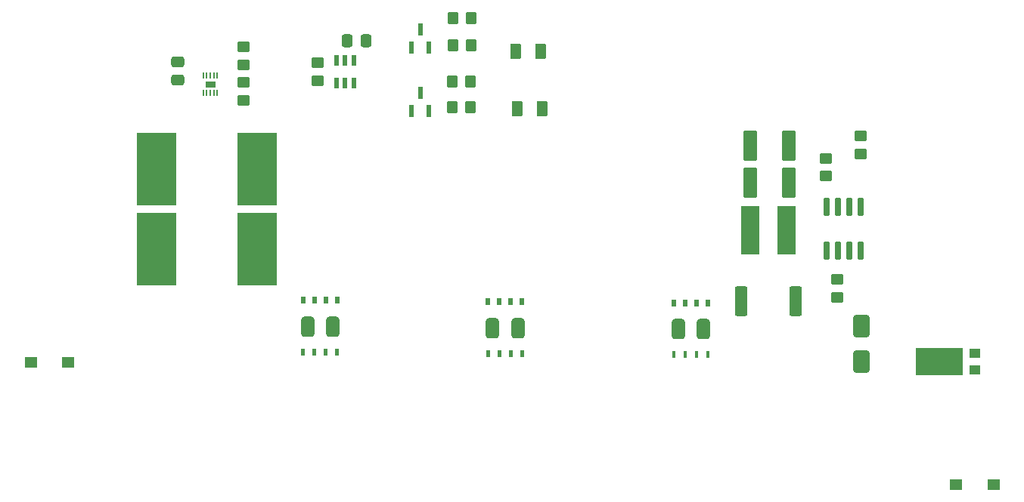
<source format=gbr>
%TF.GenerationSoftware,KiCad,Pcbnew,7.0.2-0*%
%TF.CreationDate,2024-06-30T17:20:26-07:00*%
%TF.ProjectId,Robosub_Power,526f626f-7375-4625-9f50-6f7765722e6b,rev?*%
%TF.SameCoordinates,Original*%
%TF.FileFunction,Paste,Top*%
%TF.FilePolarity,Positive*%
%FSLAX46Y46*%
G04 Gerber Fmt 4.6, Leading zero omitted, Abs format (unit mm)*
G04 Created by KiCad (PCBNEW 7.0.2-0) date 2024-06-30 17:20:26*
%MOMM*%
%LPD*%
G01*
G04 APERTURE LIST*
G04 Aperture macros list*
%AMRoundRect*
0 Rectangle with rounded corners*
0 $1 Rounding radius*
0 $2 $3 $4 $5 $6 $7 $8 $9 X,Y pos of 4 corners*
0 Add a 4 corners polygon primitive as box body*
4,1,4,$2,$3,$4,$5,$6,$7,$8,$9,$2,$3,0*
0 Add four circle primitives for the rounded corners*
1,1,$1+$1,$2,$3*
1,1,$1+$1,$4,$5*
1,1,$1+$1,$6,$7*
1,1,$1+$1,$8,$9*
0 Add four rect primitives between the rounded corners*
20,1,$1+$1,$2,$3,$4,$5,0*
20,1,$1+$1,$4,$5,$6,$7,0*
20,1,$1+$1,$6,$7,$8,$9,0*
20,1,$1+$1,$8,$9,$2,$3,0*%
G04 Aperture macros list end*
%ADD10C,0.010000*%
%ADD11RoundRect,0.250000X0.375000X0.625000X-0.375000X0.625000X-0.375000X-0.625000X0.375000X-0.625000X0*%
%ADD12R,0.220000X0.760000*%
%ADD13RoundRect,0.381000X0.381000X-0.762000X0.381000X0.762000X-0.381000X0.762000X-0.381000X-0.762000X0*%
%ADD14RoundRect,0.250000X-0.450000X0.350000X-0.450000X-0.350000X0.450000X-0.350000X0.450000X0.350000X0*%
%ADD15R,2.057400X5.511800*%
%ADD16R,0.558800X1.320800*%
%ADD17RoundRect,0.250000X0.350000X0.450000X-0.350000X0.450000X-0.350000X-0.450000X0.350000X-0.450000X0*%
%ADD18RoundRect,0.250000X-0.537500X-1.450000X0.537500X-1.450000X0.537500X1.450000X-0.537500X1.450000X0*%
%ADD19RoundRect,0.042000X-0.258000X0.943000X-0.258000X-0.943000X0.258000X-0.943000X0.258000X0.943000X0*%
%ADD20RoundRect,0.250000X-0.650000X1.000000X-0.650000X-1.000000X0.650000X-1.000000X0.650000X1.000000X0*%
%ADD21RoundRect,0.040600X0.249400X-0.564400X0.249400X0.564400X-0.249400X0.564400X-0.249400X-0.564400X0*%
%ADD22RoundRect,0.250000X0.450000X-0.350000X0.450000X0.350000X-0.450000X0.350000X-0.450000X-0.350000X0*%
%ADD23RoundRect,0.249999X-0.450001X-1.425001X0.450001X-1.425001X0.450001X1.425001X-0.450001X1.425001X0*%
%ADD24R,1.397000X1.219200*%
%ADD25RoundRect,0.250000X-0.337500X-0.475000X0.337500X-0.475000X0.337500X0.475000X-0.337500X0.475000X0*%
%ADD26R,4.445000X8.128000*%
%ADD27R,1.143000X0.990600*%
%ADD28R,5.207000X3.098800*%
%ADD29RoundRect,0.250000X-0.475000X0.337500X-0.475000X-0.337500X0.475000X-0.337500X0.475000X0.337500X0*%
G04 APERTURE END LIST*
%TO.C,U1*%
D10*
X230775000Y-145200000D02*
X229825000Y-145200000D01*
X229825000Y-144630000D01*
X230775000Y-144630000D01*
X230775000Y-145200000D01*
G36*
X230775000Y-145200000D02*
G01*
X229825000Y-145200000D01*
X229825000Y-144630000D01*
X230775000Y-144630000D01*
X230775000Y-145200000D01*
G37*
%TO.C,U4*%
G36*
X240900000Y-175304008D02*
G01*
X240500000Y-175304008D01*
X240500000Y-174553997D01*
X240900000Y-174553997D01*
X240900000Y-175304008D01*
G37*
G36*
X242170000Y-175304008D02*
G01*
X241770000Y-175304008D01*
X241770000Y-174553997D01*
X242170000Y-174553997D01*
X242170000Y-175304008D01*
G37*
G36*
X243440000Y-175304008D02*
G01*
X243040000Y-175304008D01*
X243040000Y-174553997D01*
X243440000Y-174553997D01*
X243440000Y-175304008D01*
G37*
G36*
X244710000Y-175304008D02*
G01*
X244310000Y-175304008D01*
X244310000Y-174553997D01*
X244710000Y-174553997D01*
X244710000Y-175304008D01*
G37*
G36*
X240949999Y-169495005D02*
G01*
X240450001Y-169495005D01*
X240450001Y-168744994D01*
X240949999Y-168744994D01*
X240949999Y-169495005D01*
G37*
G36*
X242219999Y-169495005D02*
G01*
X241720001Y-169495005D01*
X241720001Y-168744994D01*
X242219999Y-168744994D01*
X242219999Y-169495005D01*
G37*
G36*
X243489999Y-169495005D02*
G01*
X242990001Y-169495005D01*
X242990001Y-168744994D01*
X243489999Y-168744994D01*
X243489999Y-169495005D01*
G37*
G36*
X244759999Y-169495005D02*
G01*
X244260001Y-169495005D01*
X244260001Y-168744994D01*
X244759999Y-168744994D01*
X244759999Y-169495005D01*
G37*
%TO.C,U6*%
G36*
X282390000Y-175604008D02*
G01*
X281990000Y-175604008D01*
X281990000Y-174853997D01*
X282390000Y-174853997D01*
X282390000Y-175604008D01*
G37*
G36*
X283660000Y-175604008D02*
G01*
X283260000Y-175604008D01*
X283260000Y-174853997D01*
X283660000Y-174853997D01*
X283660000Y-175604008D01*
G37*
G36*
X284930000Y-175604008D02*
G01*
X284530000Y-175604008D01*
X284530000Y-174853997D01*
X284930000Y-174853997D01*
X284930000Y-175604008D01*
G37*
G36*
X286200000Y-175604008D02*
G01*
X285800000Y-175604008D01*
X285800000Y-174853997D01*
X286200000Y-174853997D01*
X286200000Y-175604008D01*
G37*
G36*
X282439999Y-169795005D02*
G01*
X281940001Y-169795005D01*
X281940001Y-169044994D01*
X282439999Y-169044994D01*
X282439999Y-169795005D01*
G37*
G36*
X283709999Y-169795005D02*
G01*
X283210001Y-169795005D01*
X283210001Y-169044994D01*
X283709999Y-169044994D01*
X283709999Y-169795005D01*
G37*
G36*
X284979999Y-169795005D02*
G01*
X284480001Y-169795005D01*
X284480001Y-169044994D01*
X284979999Y-169044994D01*
X284979999Y-169795005D01*
G37*
G36*
X286249999Y-169795005D02*
G01*
X285750001Y-169795005D01*
X285750001Y-169044994D01*
X286249999Y-169044994D01*
X286249999Y-169795005D01*
G37*
%TO.C,U5*%
G36*
X261595000Y-175479507D02*
G01*
X261195000Y-175479507D01*
X261195000Y-174729496D01*
X261595000Y-174729496D01*
X261595000Y-175479507D01*
G37*
G36*
X262865000Y-175479507D02*
G01*
X262465000Y-175479507D01*
X262465000Y-174729496D01*
X262865000Y-174729496D01*
X262865000Y-175479507D01*
G37*
G36*
X264135000Y-175479507D02*
G01*
X263735000Y-175479507D01*
X263735000Y-174729496D01*
X264135000Y-174729496D01*
X264135000Y-175479507D01*
G37*
G36*
X265405000Y-175479507D02*
G01*
X265005000Y-175479507D01*
X265005000Y-174729496D01*
X265405000Y-174729496D01*
X265405000Y-175479507D01*
G37*
G36*
X261644999Y-169670504D02*
G01*
X261145001Y-169670504D01*
X261145001Y-168920493D01*
X261644999Y-168920493D01*
X261644999Y-169670504D01*
G37*
G36*
X262914999Y-169670504D02*
G01*
X262415001Y-169670504D01*
X262415001Y-168920493D01*
X262914999Y-168920493D01*
X262914999Y-169670504D01*
G37*
G36*
X264184999Y-169670504D02*
G01*
X263685001Y-169670504D01*
X263685001Y-168920493D01*
X264184999Y-168920493D01*
X264184999Y-169670504D01*
G37*
G36*
X265454999Y-169670504D02*
G01*
X264955001Y-169670504D01*
X264955001Y-168920493D01*
X265454999Y-168920493D01*
X265454999Y-169670504D01*
G37*
%TD*%
D11*
%TO.C,D3*%
X267500000Y-147600000D03*
X264700000Y-147600000D03*
%TD*%
D12*
%TO.C,U1*%
X229500000Y-145900000D03*
X229900000Y-145900000D03*
X230300000Y-145900000D03*
X230700000Y-145900000D03*
X231100000Y-145900000D03*
X231100000Y-143930000D03*
X230700000Y-143930000D03*
X230300000Y-143930000D03*
X229900000Y-143930000D03*
X229500000Y-143930000D03*
%TD*%
D11*
%TO.C,D2*%
X267300000Y-141200000D03*
X264500000Y-141200000D03*
%TD*%
D13*
%TO.C,U4*%
X241182600Y-172075301D03*
X244027400Y-172075301D03*
%TD*%
D14*
%TO.C,R6*%
X300500000Y-166800000D03*
X300500000Y-168800000D03*
%TD*%
D15*
%TO.C,L1*%
X294819300Y-161300000D03*
X290780700Y-161300000D03*
%TD*%
D16*
%TO.C,U7*%
X252847500Y-140816000D03*
X254752500Y-140816000D03*
X253800000Y-138784000D03*
%TD*%
D17*
%TO.C,R11*%
X259400000Y-147500000D03*
X257400000Y-147500000D03*
%TD*%
D18*
%TO.C,C3*%
X290762500Y-155900000D03*
X295037500Y-155900000D03*
%TD*%
D19*
%TO.C,U3*%
X303105000Y-158625000D03*
X301835000Y-158625000D03*
X300565000Y-158625000D03*
X299295000Y-158625000D03*
X299295000Y-163575000D03*
X300565000Y-163575000D03*
X301835000Y-163575000D03*
X303105000Y-163575000D03*
%TD*%
D17*
%TO.C,R7*%
X259500000Y-137500000D03*
X257500000Y-137500000D03*
%TD*%
D20*
%TO.C,D1*%
X303200000Y-172000000D03*
X303200000Y-176000000D03*
%TD*%
D21*
%TO.C,U2*%
X244450000Y-144755000D03*
X245400000Y-144755000D03*
X246350000Y-144755000D03*
X246350000Y-142245000D03*
X245400000Y-142245000D03*
X244450000Y-142245000D03*
%TD*%
D22*
%TO.C,R2*%
X234000000Y-146700000D03*
X234000000Y-144700000D03*
%TD*%
D13*
%TO.C,U6*%
X282672600Y-172375301D03*
X285517400Y-172375301D03*
%TD*%
D23*
%TO.C,R9*%
X289750000Y-169200000D03*
X295850000Y-169200000D03*
%TD*%
D24*
%TO.C,C5*%
X313791800Y-189800000D03*
X318008200Y-189800000D03*
%TD*%
D25*
%TO.C,C2*%
X245662500Y-140000000D03*
X247737500Y-140000000D03*
%TD*%
D26*
%TO.C,WSLP59312L000FEA_2*%
X235513400Y-154400000D03*
X224286600Y-154400000D03*
%TD*%
D13*
%TO.C,U5*%
X261877600Y-172250800D03*
X264722400Y-172250800D03*
%TD*%
D17*
%TO.C,R10*%
X259500000Y-140500000D03*
X257500000Y-140500000D03*
%TD*%
%TO.C,R8*%
X259400000Y-144600000D03*
X257400000Y-144600000D03*
%TD*%
D27*
%TO.C,CR1*%
X315900000Y-176940002D03*
X315900000Y-175100000D03*
D28*
X311912200Y-176020001D03*
%TD*%
D14*
%TO.C,R3*%
X242300000Y-142500000D03*
X242300000Y-144500000D03*
%TD*%
D16*
%TO.C,U8*%
X252847500Y-147932000D03*
X254752500Y-147932000D03*
X253800000Y-145900000D03*
%TD*%
D18*
%TO.C,C4*%
X290762500Y-151800000D03*
X295037500Y-151800000D03*
%TD*%
D24*
%TO.C,C6*%
X214408200Y-176100000D03*
X210191800Y-176100000D03*
%TD*%
D29*
%TO.C,C1*%
X226700000Y-142362500D03*
X226700000Y-144437500D03*
%TD*%
D26*
%TO.C,WSLP59312L000FEA_1*%
X235513400Y-163400000D03*
X224286600Y-163400000D03*
%TD*%
D14*
%TO.C,R1*%
X234000000Y-140700000D03*
X234000000Y-142700000D03*
%TD*%
D22*
%TO.C,R5*%
X299200000Y-155200000D03*
X299200000Y-153200000D03*
%TD*%
D14*
%TO.C,R4*%
X303100000Y-150700000D03*
X303100000Y-152700000D03*
%TD*%
M02*

</source>
